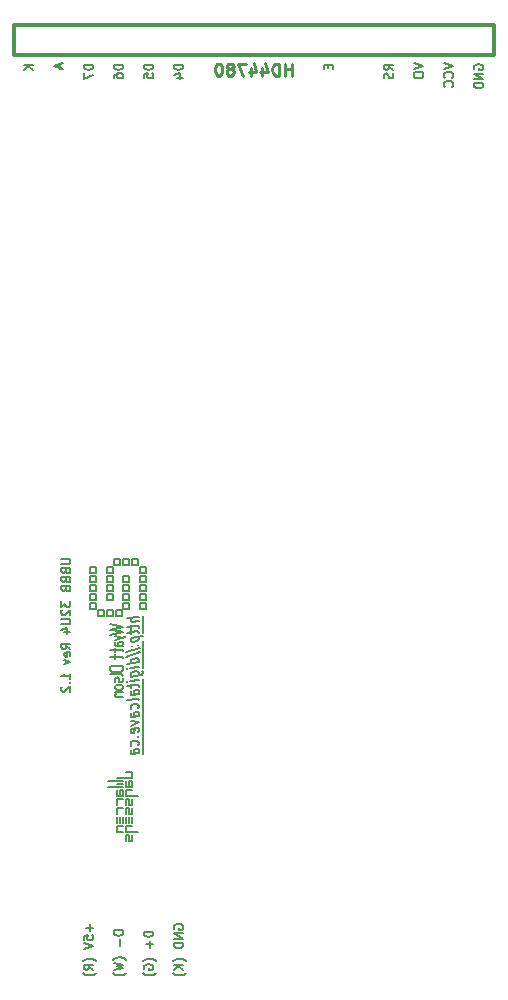
<source format=gbo>
G04 #@! TF.FileFunction,Legend,Bot*
%FSLAX46Y46*%
G04 Gerber Fmt 4.6, Leading zero omitted, Abs format (unit mm)*
G04 Created by KiCad (PCBNEW (2015-07-22 BZR 5980)-product) date Tue 28 Jul 2015 08:05:40 PM MDT*
%MOMM*%
G01*
G04 APERTURE LIST*
%ADD10C,0.150000*%
%ADD11C,0.190500*%
%ADD12C,0.127000*%
%ADD13C,0.304800*%
%ADD14C,0.254000*%
G04 APERTURE END LIST*
D10*
D11*
X37174714Y-33836429D02*
X36412714Y-33836429D01*
X37174714Y-34271857D02*
X36739286Y-33945286D01*
X36412714Y-34271857D02*
X36848143Y-33836429D01*
X39497000Y-33800143D02*
X39497000Y-34163000D01*
X39714714Y-33727571D02*
X38952714Y-33981571D01*
X39714714Y-34235571D01*
X42254714Y-33836429D02*
X41492714Y-33836429D01*
X41492714Y-34017857D01*
X41529000Y-34126714D01*
X41601571Y-34199286D01*
X41674143Y-34235571D01*
X41819286Y-34271857D01*
X41928143Y-34271857D01*
X42073286Y-34235571D01*
X42145857Y-34199286D01*
X42218429Y-34126714D01*
X42254714Y-34017857D01*
X42254714Y-33836429D01*
X41492714Y-34525857D02*
X41492714Y-35033857D01*
X42254714Y-34707286D01*
X44794714Y-33836429D02*
X44032714Y-33836429D01*
X44032714Y-34017857D01*
X44069000Y-34126714D01*
X44141571Y-34199286D01*
X44214143Y-34235571D01*
X44359286Y-34271857D01*
X44468143Y-34271857D01*
X44613286Y-34235571D01*
X44685857Y-34199286D01*
X44758429Y-34126714D01*
X44794714Y-34017857D01*
X44794714Y-33836429D01*
X44032714Y-34925000D02*
X44032714Y-34779857D01*
X44069000Y-34707286D01*
X44105286Y-34671000D01*
X44214143Y-34598429D01*
X44359286Y-34562143D01*
X44649571Y-34562143D01*
X44722143Y-34598429D01*
X44758429Y-34634714D01*
X44794714Y-34707286D01*
X44794714Y-34852429D01*
X44758429Y-34925000D01*
X44722143Y-34961286D01*
X44649571Y-34997571D01*
X44468143Y-34997571D01*
X44395571Y-34961286D01*
X44359286Y-34925000D01*
X44323000Y-34852429D01*
X44323000Y-34707286D01*
X44359286Y-34634714D01*
X44395571Y-34598429D01*
X44468143Y-34562143D01*
X47334714Y-33836429D02*
X46572714Y-33836429D01*
X46572714Y-34017857D01*
X46609000Y-34126714D01*
X46681571Y-34199286D01*
X46754143Y-34235571D01*
X46899286Y-34271857D01*
X47008143Y-34271857D01*
X47153286Y-34235571D01*
X47225857Y-34199286D01*
X47298429Y-34126714D01*
X47334714Y-34017857D01*
X47334714Y-33836429D01*
X46572714Y-34961286D02*
X46572714Y-34598429D01*
X46935571Y-34562143D01*
X46899286Y-34598429D01*
X46863000Y-34671000D01*
X46863000Y-34852429D01*
X46899286Y-34925000D01*
X46935571Y-34961286D01*
X47008143Y-34997571D01*
X47189571Y-34997571D01*
X47262143Y-34961286D01*
X47298429Y-34925000D01*
X47334714Y-34852429D01*
X47334714Y-34671000D01*
X47298429Y-34598429D01*
X47262143Y-34562143D01*
X49874714Y-33836429D02*
X49112714Y-33836429D01*
X49112714Y-34017857D01*
X49149000Y-34126714D01*
X49221571Y-34199286D01*
X49294143Y-34235571D01*
X49439286Y-34271857D01*
X49548143Y-34271857D01*
X49693286Y-34235571D01*
X49765857Y-34199286D01*
X49838429Y-34126714D01*
X49874714Y-34017857D01*
X49874714Y-33836429D01*
X49366714Y-34925000D02*
X49874714Y-34925000D01*
X49076429Y-34743571D02*
X49620714Y-34562143D01*
X49620714Y-35033857D01*
X62175571Y-33836429D02*
X62175571Y-34090429D01*
X62574714Y-34199286D02*
X62574714Y-33836429D01*
X61812714Y-33836429D01*
X61812714Y-34199286D01*
X67654714Y-34271857D02*
X67291857Y-34017857D01*
X67654714Y-33836429D02*
X66892714Y-33836429D01*
X66892714Y-34126714D01*
X66929000Y-34199286D01*
X66965286Y-34235571D01*
X67037857Y-34271857D01*
X67146714Y-34271857D01*
X67219286Y-34235571D01*
X67255571Y-34199286D01*
X67291857Y-34126714D01*
X67291857Y-33836429D01*
X67618429Y-34562143D02*
X67654714Y-34671000D01*
X67654714Y-34852429D01*
X67618429Y-34925000D01*
X67582143Y-34961286D01*
X67509571Y-34997571D01*
X67437000Y-34997571D01*
X67364429Y-34961286D01*
X67328143Y-34925000D01*
X67291857Y-34852429D01*
X67255571Y-34707286D01*
X67219286Y-34634714D01*
X67183000Y-34598429D01*
X67110429Y-34562143D01*
X67037857Y-34562143D01*
X66965286Y-34598429D01*
X66929000Y-34634714D01*
X66892714Y-34707286D01*
X66892714Y-34888714D01*
X66929000Y-34997571D01*
X69432714Y-33727571D02*
X70194714Y-33981571D01*
X69432714Y-34235571D01*
X69432714Y-34634714D02*
X69432714Y-34779857D01*
X69469000Y-34852429D01*
X69541571Y-34925000D01*
X69686714Y-34961286D01*
X69940714Y-34961286D01*
X70085857Y-34925000D01*
X70158429Y-34852429D01*
X70194714Y-34779857D01*
X70194714Y-34634714D01*
X70158429Y-34562143D01*
X70085857Y-34489572D01*
X69940714Y-34453286D01*
X69686714Y-34453286D01*
X69541571Y-34489572D01*
X69469000Y-34562143D01*
X69432714Y-34634714D01*
X71972714Y-33727571D02*
X72734714Y-33981571D01*
X71972714Y-34235571D01*
X72662143Y-34925000D02*
X72698429Y-34888714D01*
X72734714Y-34779857D01*
X72734714Y-34707286D01*
X72698429Y-34598429D01*
X72625857Y-34525857D01*
X72553286Y-34489572D01*
X72408143Y-34453286D01*
X72299286Y-34453286D01*
X72154143Y-34489572D01*
X72081571Y-34525857D01*
X72009000Y-34598429D01*
X71972714Y-34707286D01*
X71972714Y-34779857D01*
X72009000Y-34888714D01*
X72045286Y-34925000D01*
X72662143Y-35687000D02*
X72698429Y-35650714D01*
X72734714Y-35541857D01*
X72734714Y-35469286D01*
X72698429Y-35360429D01*
X72625857Y-35287857D01*
X72553286Y-35251572D01*
X72408143Y-35215286D01*
X72299286Y-35215286D01*
X72154143Y-35251572D01*
X72081571Y-35287857D01*
X72009000Y-35360429D01*
X71972714Y-35469286D01*
X71972714Y-35541857D01*
X72009000Y-35650714D01*
X72045286Y-35687000D01*
X74549000Y-34235571D02*
X74512714Y-34163000D01*
X74512714Y-34054143D01*
X74549000Y-33945286D01*
X74621571Y-33872714D01*
X74694143Y-33836429D01*
X74839286Y-33800143D01*
X74948143Y-33800143D01*
X75093286Y-33836429D01*
X75165857Y-33872714D01*
X75238429Y-33945286D01*
X75274714Y-34054143D01*
X75274714Y-34126714D01*
X75238429Y-34235571D01*
X75202143Y-34271857D01*
X74948143Y-34271857D01*
X74948143Y-34126714D01*
X75274714Y-34598429D02*
X74512714Y-34598429D01*
X75274714Y-35033857D01*
X74512714Y-35033857D01*
X75274714Y-35396715D02*
X74512714Y-35396715D01*
X74512714Y-35578143D01*
X74549000Y-35687000D01*
X74621571Y-35759572D01*
X74694143Y-35795857D01*
X74839286Y-35832143D01*
X74948143Y-35832143D01*
X75093286Y-35795857D01*
X75165857Y-35759572D01*
X75238429Y-35687000D01*
X75274714Y-35578143D01*
X75274714Y-35396715D01*
D12*
X49146462Y-107020830D02*
X49110176Y-106948259D01*
X49110176Y-106839402D01*
X49146462Y-106730545D01*
X49219033Y-106657973D01*
X49291605Y-106621688D01*
X49436748Y-106585402D01*
X49545605Y-106585402D01*
X49690748Y-106621688D01*
X49763319Y-106657973D01*
X49835891Y-106730545D01*
X49872176Y-106839402D01*
X49872176Y-106911973D01*
X49835891Y-107020830D01*
X49799605Y-107057116D01*
X49545605Y-107057116D01*
X49545605Y-106911973D01*
X49872176Y-107383688D02*
X49110176Y-107383688D01*
X49872176Y-107819116D01*
X49110176Y-107819116D01*
X49872176Y-108181974D02*
X49110176Y-108181974D01*
X49110176Y-108363402D01*
X49146462Y-108472259D01*
X49219033Y-108544831D01*
X49291605Y-108581116D01*
X49436748Y-108617402D01*
X49545605Y-108617402D01*
X49690748Y-108581116D01*
X49763319Y-108544831D01*
X49835891Y-108472259D01*
X49872176Y-108363402D01*
X49872176Y-108181974D01*
X50162462Y-109742259D02*
X50126176Y-109705973D01*
X50017319Y-109633402D01*
X49944748Y-109597116D01*
X49835891Y-109560830D01*
X49654462Y-109524545D01*
X49509319Y-109524545D01*
X49327891Y-109560830D01*
X49219033Y-109597116D01*
X49146462Y-109633402D01*
X49037605Y-109705973D01*
X49001319Y-109742259D01*
X49872176Y-110032545D02*
X49110176Y-110032545D01*
X49872176Y-110467973D02*
X49436748Y-110141402D01*
X49110176Y-110467973D02*
X49545605Y-110032545D01*
X50162462Y-110721973D02*
X50126176Y-110758259D01*
X50017319Y-110830830D01*
X49944748Y-110867116D01*
X49835891Y-110903402D01*
X49654462Y-110939687D01*
X49509319Y-110939687D01*
X49327891Y-110903402D01*
X49219033Y-110867116D01*
X49146462Y-110830830D01*
X49037605Y-110758259D01*
X49001319Y-110721973D01*
X47332176Y-107238545D02*
X46570176Y-107238545D01*
X46570176Y-107419973D01*
X46606462Y-107528830D01*
X46679033Y-107601402D01*
X46751605Y-107637687D01*
X46896748Y-107673973D01*
X47005605Y-107673973D01*
X47150748Y-107637687D01*
X47223319Y-107601402D01*
X47295891Y-107528830D01*
X47332176Y-107419973D01*
X47332176Y-107238545D01*
X47041891Y-108000545D02*
X47041891Y-108581116D01*
X47332176Y-108290830D02*
X46751605Y-108290830D01*
X47622462Y-109742259D02*
X47586176Y-109705973D01*
X47477319Y-109633402D01*
X47404748Y-109597116D01*
X47295891Y-109560830D01*
X47114462Y-109524545D01*
X46969319Y-109524545D01*
X46787891Y-109560830D01*
X46679033Y-109597116D01*
X46606462Y-109633402D01*
X46497605Y-109705973D01*
X46461319Y-109742259D01*
X46606462Y-110431687D02*
X46570176Y-110359116D01*
X46570176Y-110250259D01*
X46606462Y-110141402D01*
X46679033Y-110068830D01*
X46751605Y-110032545D01*
X46896748Y-109996259D01*
X47005605Y-109996259D01*
X47150748Y-110032545D01*
X47223319Y-110068830D01*
X47295891Y-110141402D01*
X47332176Y-110250259D01*
X47332176Y-110322830D01*
X47295891Y-110431687D01*
X47259605Y-110467973D01*
X47005605Y-110467973D01*
X47005605Y-110322830D01*
X47622462Y-110721973D02*
X47586176Y-110758259D01*
X47477319Y-110830830D01*
X47404748Y-110867116D01*
X47295891Y-110903402D01*
X47114462Y-110939687D01*
X46969319Y-110939687D01*
X46787891Y-110903402D01*
X46679033Y-110867116D01*
X46606462Y-110830830D01*
X46497605Y-110758259D01*
X46461319Y-110721973D01*
X44792176Y-107129688D02*
X44030176Y-107129688D01*
X44030176Y-107311116D01*
X44066462Y-107419973D01*
X44139033Y-107492545D01*
X44211605Y-107528830D01*
X44356748Y-107565116D01*
X44465605Y-107565116D01*
X44610748Y-107528830D01*
X44683319Y-107492545D01*
X44755891Y-107419973D01*
X44792176Y-107311116D01*
X44792176Y-107129688D01*
X44501891Y-107891688D02*
X44501891Y-108472259D01*
X45082462Y-109633402D02*
X45046176Y-109597116D01*
X44937319Y-109524545D01*
X44864748Y-109488259D01*
X44755891Y-109451973D01*
X44574462Y-109415688D01*
X44429319Y-109415688D01*
X44247891Y-109451973D01*
X44139033Y-109488259D01*
X44066462Y-109524545D01*
X43957605Y-109597116D01*
X43921319Y-109633402D01*
X44030176Y-109851116D02*
X44792176Y-110032545D01*
X44247891Y-110177688D01*
X44792176Y-110322830D01*
X44030176Y-110504259D01*
X45082462Y-110721973D02*
X45046176Y-110758259D01*
X44937319Y-110830830D01*
X44864748Y-110867116D01*
X44755891Y-110903402D01*
X44574462Y-110939687D01*
X44429319Y-110939687D01*
X44247891Y-110903402D01*
X44139033Y-110867116D01*
X44066462Y-110830830D01*
X43957605Y-110758259D01*
X43921319Y-110721973D01*
X41961891Y-106621688D02*
X41961891Y-107202259D01*
X42252176Y-106911973D02*
X41671605Y-106911973D01*
X41490176Y-107927974D02*
X41490176Y-107565117D01*
X41853033Y-107528831D01*
X41816748Y-107565117D01*
X41780462Y-107637688D01*
X41780462Y-107819117D01*
X41816748Y-107891688D01*
X41853033Y-107927974D01*
X41925605Y-107964259D01*
X42107033Y-107964259D01*
X42179605Y-107927974D01*
X42215891Y-107891688D01*
X42252176Y-107819117D01*
X42252176Y-107637688D01*
X42215891Y-107565117D01*
X42179605Y-107528831D01*
X41490176Y-108181973D02*
X42252176Y-108435973D01*
X41490176Y-108689973D01*
X42542462Y-109742259D02*
X42506176Y-109705973D01*
X42397319Y-109633402D01*
X42324748Y-109597116D01*
X42215891Y-109560830D01*
X42034462Y-109524545D01*
X41889319Y-109524545D01*
X41707891Y-109560830D01*
X41599033Y-109597116D01*
X41526462Y-109633402D01*
X41417605Y-109705973D01*
X41381319Y-109742259D01*
X42252176Y-110467973D02*
X41889319Y-110213973D01*
X42252176Y-110032545D02*
X41490176Y-110032545D01*
X41490176Y-110322830D01*
X41526462Y-110395402D01*
X41562748Y-110431687D01*
X41635319Y-110467973D01*
X41744176Y-110467973D01*
X41816748Y-110431687D01*
X41853033Y-110395402D01*
X41889319Y-110322830D01*
X41889319Y-110032545D01*
X42542462Y-110721973D02*
X42506176Y-110758259D01*
X42397319Y-110830830D01*
X42324748Y-110867116D01*
X42215891Y-110903402D01*
X42034462Y-110939687D01*
X41889319Y-110939687D01*
X41707891Y-110903402D01*
X41599033Y-110867116D01*
X41526462Y-110830830D01*
X41417605Y-110758259D01*
X41381319Y-110721973D01*
X39585176Y-75651832D02*
X40202033Y-75651832D01*
X40274605Y-75688117D01*
X40310891Y-75724403D01*
X40347176Y-75796974D01*
X40347176Y-75942117D01*
X40310891Y-76014689D01*
X40274605Y-76050974D01*
X40202033Y-76087260D01*
X39585176Y-76087260D01*
X39948033Y-76704118D02*
X39984319Y-76812975D01*
X40020605Y-76849260D01*
X40093176Y-76885546D01*
X40202033Y-76885546D01*
X40274605Y-76849260D01*
X40310891Y-76812975D01*
X40347176Y-76740403D01*
X40347176Y-76450118D01*
X39585176Y-76450118D01*
X39585176Y-76704118D01*
X39621462Y-76776689D01*
X39657748Y-76812975D01*
X39730319Y-76849260D01*
X39802891Y-76849260D01*
X39875462Y-76812975D01*
X39911748Y-76776689D01*
X39948033Y-76704118D01*
X39948033Y-76450118D01*
X39948033Y-77466118D02*
X39984319Y-77574975D01*
X40020605Y-77611260D01*
X40093176Y-77647546D01*
X40202033Y-77647546D01*
X40274605Y-77611260D01*
X40310891Y-77574975D01*
X40347176Y-77502403D01*
X40347176Y-77212118D01*
X39585176Y-77212118D01*
X39585176Y-77466118D01*
X39621462Y-77538689D01*
X39657748Y-77574975D01*
X39730319Y-77611260D01*
X39802891Y-77611260D01*
X39875462Y-77574975D01*
X39911748Y-77538689D01*
X39948033Y-77466118D01*
X39948033Y-77212118D01*
X39948033Y-78228118D02*
X39984319Y-78336975D01*
X40020605Y-78373260D01*
X40093176Y-78409546D01*
X40202033Y-78409546D01*
X40274605Y-78373260D01*
X40310891Y-78336975D01*
X40347176Y-78264403D01*
X40347176Y-77974118D01*
X39585176Y-77974118D01*
X39585176Y-78228118D01*
X39621462Y-78300689D01*
X39657748Y-78336975D01*
X39730319Y-78373260D01*
X39802891Y-78373260D01*
X39875462Y-78336975D01*
X39911748Y-78300689D01*
X39948033Y-78228118D01*
X39948033Y-77974118D01*
X39585176Y-79244117D02*
X39585176Y-79715831D01*
X39875462Y-79461831D01*
X39875462Y-79570689D01*
X39911748Y-79643260D01*
X39948033Y-79679546D01*
X40020605Y-79715831D01*
X40202033Y-79715831D01*
X40274605Y-79679546D01*
X40310891Y-79643260D01*
X40347176Y-79570689D01*
X40347176Y-79352974D01*
X40310891Y-79280403D01*
X40274605Y-79244117D01*
X39657748Y-80006117D02*
X39621462Y-80042403D01*
X39585176Y-80114974D01*
X39585176Y-80296403D01*
X39621462Y-80368974D01*
X39657748Y-80405260D01*
X39730319Y-80441545D01*
X39802891Y-80441545D01*
X39911748Y-80405260D01*
X40347176Y-79969831D01*
X40347176Y-80441545D01*
X39585176Y-80768117D02*
X40202033Y-80768117D01*
X40274605Y-80804402D01*
X40310891Y-80840688D01*
X40347176Y-80913259D01*
X40347176Y-81058402D01*
X40310891Y-81130974D01*
X40274605Y-81167259D01*
X40202033Y-81203545D01*
X39585176Y-81203545D01*
X39839176Y-81892974D02*
X40347176Y-81892974D01*
X39548891Y-81711545D02*
X40093176Y-81530117D01*
X40093176Y-82001831D01*
X40347176Y-83308116D02*
X39984319Y-83054116D01*
X40347176Y-82872688D02*
X39585176Y-82872688D01*
X39585176Y-83162973D01*
X39621462Y-83235545D01*
X39657748Y-83271830D01*
X39730319Y-83308116D01*
X39839176Y-83308116D01*
X39911748Y-83271830D01*
X39948033Y-83235545D01*
X39984319Y-83162973D01*
X39984319Y-82872688D01*
X40310891Y-83924973D02*
X40347176Y-83852402D01*
X40347176Y-83707259D01*
X40310891Y-83634688D01*
X40238319Y-83598402D01*
X39948033Y-83598402D01*
X39875462Y-83634688D01*
X39839176Y-83707259D01*
X39839176Y-83852402D01*
X39875462Y-83924973D01*
X39948033Y-83961259D01*
X40020605Y-83961259D01*
X40093176Y-83598402D01*
X39839176Y-84215259D02*
X40347176Y-84396688D01*
X39839176Y-84578116D01*
X40347176Y-85848115D02*
X40347176Y-85412687D01*
X40347176Y-85630401D02*
X39585176Y-85630401D01*
X39694033Y-85557830D01*
X39766605Y-85485258D01*
X39802891Y-85412687D01*
X40274605Y-86174687D02*
X40310891Y-86210972D01*
X40347176Y-86174687D01*
X40310891Y-86138401D01*
X40274605Y-86174687D01*
X40347176Y-86174687D01*
X39657748Y-86501258D02*
X39621462Y-86537544D01*
X39585176Y-86610115D01*
X39585176Y-86791544D01*
X39621462Y-86864115D01*
X39657748Y-86900401D01*
X39730319Y-86936686D01*
X39802891Y-86936686D01*
X39911748Y-86900401D01*
X40347176Y-86464972D01*
X40347176Y-86936686D01*
D13*
X76200000Y-30480000D02*
X35560000Y-30480000D01*
X35560000Y-30480000D02*
X35560000Y-33020000D01*
X35560000Y-33020000D02*
X76200000Y-33020000D01*
X76200000Y-33020000D02*
X76200000Y-30480000D01*
D10*
X45590462Y-94230116D02*
X44320462Y-94230116D01*
X45590462Y-93722116D02*
X45082462Y-93722116D01*
X45590462Y-94230116D02*
X45590462Y-93722116D01*
X45590462Y-99564116D02*
X45590462Y-99056116D01*
X45336462Y-99564116D02*
X45590462Y-99564116D01*
X45336462Y-99056116D02*
X45336462Y-99564116D01*
X45082462Y-99056116D02*
X45336462Y-99056116D01*
X45082462Y-99564116D02*
X45082462Y-99056116D01*
X45082462Y-98802116D02*
X46098462Y-98802116D01*
X45082462Y-98294116D02*
X45082462Y-98802116D01*
X45590462Y-98294116D02*
X45082462Y-98294116D01*
X45590462Y-95754116D02*
X46098462Y-95754116D01*
X45590462Y-97532116D02*
X45590462Y-98040116D01*
X45336462Y-97532116D02*
X45336462Y-98040116D01*
X45082462Y-97532116D02*
X45082462Y-98040116D01*
X45590462Y-97278116D02*
X45590462Y-96770116D01*
X45336462Y-97278116D02*
X45590462Y-97278116D01*
X45336462Y-96770116D02*
X45336462Y-97278116D01*
X45082462Y-96770116D02*
X45336462Y-96770116D01*
X45082462Y-97278116D02*
X45082462Y-96770116D01*
X45590462Y-96516116D02*
X45590462Y-96008116D01*
X45336462Y-96516116D02*
X45590462Y-96516116D01*
X45336462Y-96008116D02*
X45336462Y-96516116D01*
X45082462Y-96008116D02*
X45336462Y-96008116D01*
X45082462Y-96516116D02*
X45082462Y-96008116D01*
X45590462Y-95754116D02*
X45082462Y-95754116D01*
X45082462Y-95246116D02*
X45082462Y-95754116D01*
X45590462Y-95246116D02*
X45082462Y-95246116D01*
X45590462Y-94484116D02*
X45590462Y-94992116D01*
X45336462Y-94484116D02*
X45590462Y-94484116D01*
X45336462Y-94484116D02*
X45336462Y-94992116D01*
X45082462Y-94992116D02*
X45590462Y-94992116D01*
X45082462Y-94484116D02*
X45082462Y-94992116D01*
X43558462Y-94992116D02*
X44828462Y-94992116D01*
X44320462Y-94738116D02*
X44828462Y-94738116D01*
X43558462Y-94484116D02*
X44828462Y-94484116D01*
X44320462Y-98802116D02*
X44828462Y-98802116D01*
X44320462Y-98294116D02*
X44320462Y-98802116D01*
X44828462Y-98294116D02*
X44320462Y-98294116D01*
X44828462Y-97532116D02*
X44828462Y-98040116D01*
X44574462Y-97532116D02*
X44574462Y-98040116D01*
X44320462Y-97532116D02*
X44320462Y-98040116D01*
X44320462Y-96770116D02*
X44320462Y-97278116D01*
X44828462Y-96770116D02*
X44320462Y-96770116D01*
X44320462Y-96008116D02*
X44320462Y-96516116D01*
X44320462Y-96008116D02*
X44828462Y-96008116D01*
X44574462Y-95246116D02*
X44574462Y-95754116D01*
X44828462Y-95246116D02*
X44574462Y-95246116D01*
X44828462Y-95754116D02*
X44828462Y-95246116D01*
X44320462Y-95754116D02*
X44828462Y-95754116D01*
X44320462Y-95246116D02*
X44320462Y-95754116D01*
X42542462Y-76831116D02*
X42542462Y-76323116D01*
X42542462Y-76323116D02*
X42034462Y-76323116D01*
X42034462Y-76323116D02*
X42034462Y-76831116D01*
X42034462Y-76831116D02*
X42542462Y-76831116D01*
X42542462Y-77593116D02*
X42542462Y-77085116D01*
X42542462Y-77085116D02*
X42034462Y-77085116D01*
X42034462Y-77085116D02*
X42034462Y-77593116D01*
X42034462Y-77593116D02*
X42542462Y-77593116D01*
X42542462Y-78355116D02*
X42542462Y-77847116D01*
X42542462Y-77847116D02*
X42034462Y-77847116D01*
X42034462Y-77847116D02*
X42034462Y-78355116D01*
X42034462Y-78355116D02*
X42542462Y-78355116D01*
X42542462Y-79117116D02*
X42542462Y-78609116D01*
X42542462Y-78609116D02*
X42034462Y-78609116D01*
X42034462Y-78609116D02*
X42034462Y-79117116D01*
X42034462Y-79117116D02*
X42542462Y-79117116D01*
X42542462Y-79879116D02*
X42542462Y-79371116D01*
X42542462Y-79371116D02*
X42034462Y-79371116D01*
X42034462Y-79371116D02*
X42034462Y-79879116D01*
X42034462Y-79879116D02*
X42542462Y-79879116D01*
X43177462Y-80514116D02*
X43177462Y-80006116D01*
X43177462Y-80006116D02*
X42669462Y-80006116D01*
X42669462Y-80006116D02*
X42669462Y-80514116D01*
X42669462Y-80514116D02*
X43177462Y-80514116D01*
X43939462Y-80006116D02*
X43431462Y-80006116D01*
X43431462Y-80006116D02*
X43431462Y-80514116D01*
X43431462Y-80514116D02*
X43939462Y-80514116D01*
X43939462Y-80514116D02*
X43939462Y-80006116D01*
X44701462Y-80006116D02*
X44193462Y-80006116D01*
X44193462Y-80006116D02*
X44193462Y-80514116D01*
X44193462Y-80514116D02*
X44701462Y-80514116D01*
X44701462Y-80514116D02*
X44701462Y-80006116D01*
X45336462Y-79371116D02*
X44828462Y-79371116D01*
X44828462Y-79371116D02*
X44828462Y-79879116D01*
X44828462Y-79879116D02*
X45336462Y-79879116D01*
X45336462Y-79879116D02*
X45336462Y-79371116D01*
X44828462Y-78609116D02*
X45336462Y-78609116D01*
X45336462Y-78609116D02*
X45336462Y-79117116D01*
X45336462Y-79117116D02*
X44828462Y-79117116D01*
X44828462Y-79117116D02*
X44828462Y-78609116D01*
X45336462Y-77847116D02*
X44828462Y-77847116D01*
X44828462Y-77847116D02*
X44828462Y-78355116D01*
X44828462Y-78355116D02*
X45336462Y-78355116D01*
X45336462Y-78355116D02*
X45336462Y-77847116D01*
X44828462Y-77085116D02*
X45336462Y-77085116D01*
X45336462Y-77085116D02*
X45336462Y-77593116D01*
X45336462Y-77593116D02*
X44828462Y-77593116D01*
X44828462Y-77593116D02*
X44828462Y-77085116D01*
X43431462Y-78609116D02*
X43939462Y-78609116D01*
X43939462Y-78609116D02*
X43939462Y-79117116D01*
X43939462Y-79117116D02*
X43431462Y-79117116D01*
X43431462Y-79117116D02*
X43431462Y-78609116D01*
X43431462Y-77847116D02*
X43431462Y-78355116D01*
X43431462Y-78355116D02*
X43939462Y-78355116D01*
X43431462Y-77847116D02*
X43939462Y-77847116D01*
X43939462Y-77847116D02*
X43939462Y-78355116D01*
X43939462Y-77085116D02*
X43431462Y-77085116D01*
X43431462Y-77085116D02*
X43431462Y-77593116D01*
X43431462Y-77593116D02*
X43939462Y-77593116D01*
X43939462Y-77593116D02*
X43939462Y-77085116D01*
X43939462Y-76323116D02*
X43431462Y-76323116D01*
X43431462Y-76323116D02*
X43431462Y-76831116D01*
X43431462Y-76831116D02*
X43939462Y-76831116D01*
X43939462Y-76831116D02*
X43939462Y-76323116D01*
X44574462Y-76196116D02*
X44574462Y-75688116D01*
X44574462Y-75688116D02*
X44066462Y-75688116D01*
X44066462Y-75688116D02*
X44066462Y-76196116D01*
X44066462Y-76196116D02*
X44574462Y-76196116D01*
X45336462Y-76196116D02*
X45336462Y-75688116D01*
X45336462Y-75688116D02*
X44828462Y-75688116D01*
X44828462Y-75688116D02*
X44828462Y-76196116D01*
X44828462Y-76196116D02*
X45336462Y-76196116D01*
X46098462Y-76196116D02*
X46098462Y-75688116D01*
X46098462Y-75688116D02*
X45590462Y-75688116D01*
X45590462Y-75688116D02*
X45590462Y-76196116D01*
X45590462Y-76196116D02*
X46098462Y-76196116D01*
X46733462Y-76831116D02*
X46225462Y-76831116D01*
X46225462Y-76831116D02*
X46225462Y-76323116D01*
X46225462Y-76323116D02*
X46733462Y-76323116D01*
X46733462Y-76323116D02*
X46733462Y-76831116D01*
X46733462Y-77593116D02*
X46225462Y-77593116D01*
X46225462Y-77593116D02*
X46225462Y-77085116D01*
X46225462Y-77085116D02*
X46733462Y-77085116D01*
X46733462Y-77085116D02*
X46733462Y-77593116D01*
X46733462Y-78355116D02*
X46225462Y-78355116D01*
X46225462Y-78355116D02*
X46225462Y-77847116D01*
X46225462Y-77847116D02*
X46733462Y-77847116D01*
X46733462Y-77847116D02*
X46733462Y-78355116D01*
X46733462Y-79117116D02*
X46225462Y-79117116D01*
X46225462Y-79117116D02*
X46225462Y-78609116D01*
X46225462Y-78609116D02*
X46733462Y-78609116D01*
X46733462Y-78609116D02*
X46733462Y-79117116D01*
X46733462Y-79879116D02*
X46225462Y-79879116D01*
X46225462Y-79879116D02*
X46225462Y-79371116D01*
X46225462Y-79371116D02*
X46733462Y-79371116D01*
X46733462Y-79371116D02*
X46733462Y-79879116D01*
D12*
X44295062Y-87397516D02*
X44803062Y-87397516D01*
X44142662Y-87194316D02*
X44142662Y-87245116D01*
X44142662Y-87245116D02*
X44193462Y-87346716D01*
X44193462Y-87346716D02*
X44295062Y-87397516D01*
X44193462Y-87092716D02*
X44142662Y-87194316D01*
X44193462Y-87092716D02*
X44295062Y-86940316D01*
X44142662Y-86940316D02*
X44803062Y-86940316D01*
X44295062Y-86330716D02*
X44650662Y-86330716D01*
X44650662Y-86330716D02*
X44752262Y-86381516D01*
X44752262Y-86381516D02*
X44803062Y-86483116D01*
X44803062Y-86483116D02*
X44803062Y-86584716D01*
X44803062Y-86584716D02*
X44752262Y-86686316D01*
X44752262Y-86686316D02*
X44650662Y-86737116D01*
X44650662Y-86737116D02*
X44295062Y-86737116D01*
X44295062Y-86737116D02*
X44193462Y-86686316D01*
X44193462Y-86686316D02*
X44142662Y-86584716D01*
X44142662Y-86584716D02*
X44142662Y-86533916D01*
X44142662Y-86483116D02*
X44193462Y-86381516D01*
X44193462Y-86381516D02*
X44295062Y-86330716D01*
X44142662Y-85822716D02*
X44142662Y-86076716D01*
X44447462Y-85822716D02*
X44447462Y-85975116D01*
X44447462Y-85822716D02*
X44396662Y-85721116D01*
X44396662Y-85721116D02*
X44295062Y-85670316D01*
X44295062Y-85670316D02*
X44193462Y-85721116D01*
X44193462Y-85721116D02*
X44142662Y-85822716D01*
X44803062Y-85721116D02*
X44803062Y-85975116D01*
X44803062Y-85975116D02*
X44752262Y-86076716D01*
X44752262Y-86076716D02*
X44650662Y-86127516D01*
X44650662Y-86127516D02*
X44599862Y-86127516D01*
X44599862Y-86127516D02*
X44498262Y-86076716D01*
X44498262Y-86076716D02*
X44447462Y-85975116D01*
X44752262Y-85467116D02*
X44803062Y-85568716D01*
X43736262Y-85416316D02*
X44650662Y-85416316D01*
X44650662Y-85416316D02*
X44752262Y-85467116D01*
X43888662Y-84705116D02*
X44650662Y-84705116D01*
X44650662Y-84705116D02*
X44752262Y-84755916D01*
X44752262Y-84755916D02*
X44803062Y-84857516D01*
X44803062Y-84857516D02*
X44803062Y-85060716D01*
X44803062Y-85060716D02*
X44752262Y-85162316D01*
X44752262Y-85162316D02*
X44650662Y-85213116D01*
X44650662Y-85213116D02*
X43888662Y-85213116D01*
X43888662Y-85213116D02*
X43787062Y-85162316D01*
X43787062Y-85162316D02*
X43736262Y-85060716D01*
X43736262Y-85060716D02*
X43736262Y-84857516D01*
X43736262Y-84857516D02*
X43787062Y-84755916D01*
X43787062Y-84755916D02*
X43888662Y-84705116D01*
X44701462Y-83943116D02*
X44803062Y-83993916D01*
X43736262Y-83943116D02*
X44701462Y-83943116D01*
X44142662Y-83739916D02*
X44142662Y-84146316D01*
X44142662Y-83841516D02*
X44041062Y-83943116D01*
X44803062Y-84044716D02*
X44803062Y-83993916D01*
X44803062Y-83485916D02*
X44803062Y-83435116D01*
X44142662Y-83282716D02*
X44041062Y-83384316D01*
X44142662Y-83181116D02*
X44142662Y-83587516D01*
X43736262Y-83384316D02*
X44701462Y-83384316D01*
X44701462Y-83384316D02*
X44803062Y-83435116D01*
X44498262Y-82673116D02*
X44701462Y-82673116D01*
X44701462Y-82673116D02*
X44803062Y-82774716D01*
X44498262Y-83028716D02*
X44396662Y-82876316D01*
X44396662Y-82876316D02*
X44396662Y-82774716D01*
X44396662Y-82774716D02*
X44498262Y-82673116D01*
X44803062Y-82774716D02*
X44803062Y-82876316D01*
X44803062Y-82876316D02*
X44701462Y-83028716D01*
X44142662Y-82774716D02*
X44142662Y-82977916D01*
X44142662Y-82977916D02*
X44193462Y-83028716D01*
X44193462Y-83028716D02*
X44803062Y-83028716D01*
X44193462Y-82723916D02*
X44142662Y-82774716D01*
X44142662Y-82571516D02*
X44955462Y-82317516D01*
X44955462Y-82317516D02*
X45057062Y-82215916D01*
X44142662Y-82215916D02*
X44803062Y-82368316D01*
X43939462Y-81657116D02*
X44803062Y-81860316D01*
X44803062Y-81860316D02*
X43736262Y-82114316D01*
X43736262Y-81199916D02*
X44803062Y-81453916D01*
X44803062Y-81453916D02*
X43736262Y-81707916D01*
D10*
X45793662Y-89988316D02*
X45692062Y-90420116D01*
X45692062Y-90420116D02*
X45615862Y-90420116D01*
X45615862Y-90420116D02*
X45488862Y-90394716D01*
X45488862Y-90394716D02*
X45438062Y-90318516D01*
X45438062Y-90318516D02*
X45438062Y-90191516D01*
X45438062Y-90191516D02*
X45488862Y-90089916D01*
X45488862Y-90089916D02*
X45590462Y-90039116D01*
X45590462Y-90039116D02*
X45971462Y-89988316D01*
X45971462Y-89988316D02*
X46073062Y-90013716D01*
X46073062Y-90013716D02*
X46123862Y-90115316D01*
X46123862Y-90115316D02*
X46123862Y-90242316D01*
X46123862Y-90242316D02*
X46047662Y-90318516D01*
X45463462Y-89378716D02*
X46123862Y-89505716D01*
X46123862Y-89505716D02*
X45438062Y-89785116D01*
X46073062Y-92121916D02*
X46123862Y-92045716D01*
X46123862Y-92045716D02*
X46123862Y-91842516D01*
X46123862Y-91842516D02*
X46073062Y-91791716D01*
X46073062Y-91791716D02*
X45996862Y-91766316D01*
X45996862Y-91766316D02*
X45895262Y-91766316D01*
X45895262Y-91766316D02*
X45819062Y-91766316D01*
X45819062Y-91766316D02*
X45768262Y-91842516D01*
X45768262Y-91842516D02*
X45742862Y-91918716D01*
X45742862Y-91918716D02*
X45742862Y-92096516D01*
X45742862Y-92096516D02*
X45692062Y-92147316D01*
X45514262Y-91842516D02*
X45438062Y-91944116D01*
X45438062Y-91944116D02*
X45438062Y-92096516D01*
X45438062Y-92096516D02*
X45488862Y-92172716D01*
X45488862Y-92172716D02*
X45590462Y-92198116D01*
X45590462Y-92198116D02*
X46123862Y-92121916D01*
X45590462Y-89073916D02*
X46123862Y-88997716D01*
X45488862Y-89048516D02*
X45590462Y-89073916D01*
X45438062Y-88972316D02*
X45488862Y-89048516D01*
X45438062Y-88819916D02*
X45438062Y-88972316D01*
X45514262Y-88718316D02*
X45438062Y-88819916D01*
X45742862Y-88972316D02*
X45692062Y-89023116D01*
X45742862Y-88794516D02*
X45742862Y-88972316D01*
X45768262Y-88718316D02*
X45742862Y-88794516D01*
X45819062Y-88642116D02*
X45768262Y-88718316D01*
X45895262Y-88642116D02*
X45819062Y-88642116D01*
X45996862Y-88642116D02*
X45895262Y-88642116D01*
X46073062Y-88667516D02*
X45996862Y-88642116D01*
X46123862Y-88718316D02*
X46073062Y-88667516D01*
X46123862Y-88921516D02*
X46123862Y-88718316D01*
X46073062Y-88997716D02*
X46123862Y-88921516D01*
X46123862Y-91359916D02*
X46073062Y-91436116D01*
X46123862Y-91258316D02*
X46123862Y-91359916D01*
X46098462Y-91182116D02*
X46123862Y-91258316D01*
X46022262Y-91080516D02*
X46098462Y-91182116D01*
X45768262Y-91080516D02*
X46022262Y-91080516D01*
X45641262Y-91080516D02*
X45768262Y-91080516D01*
X45565062Y-91131316D02*
X45641262Y-91080516D01*
X45488862Y-91182116D02*
X45565062Y-91131316D01*
X45438062Y-91283716D02*
X45488862Y-91182116D01*
X45438062Y-91436116D02*
X45438062Y-91283716D01*
X45514262Y-91512316D02*
X45438062Y-91436116D01*
X45514262Y-88388116D02*
X45438062Y-88311916D01*
X45438062Y-88311916D02*
X45438062Y-88159516D01*
X45438062Y-88159516D02*
X45488862Y-88057916D01*
X45488862Y-88057916D02*
X45565062Y-88007116D01*
X45565062Y-88007116D02*
X45641262Y-87956316D01*
X45641262Y-87956316D02*
X45768262Y-87956316D01*
X45768262Y-87956316D02*
X46022262Y-87956316D01*
X46022262Y-87956316D02*
X46098462Y-88057916D01*
X46098462Y-88057916D02*
X46123862Y-88134116D01*
X46123862Y-88134116D02*
X46123862Y-88235716D01*
X46123862Y-88235716D02*
X46073062Y-88311916D01*
X45133262Y-87651516D02*
X45996862Y-87524516D01*
X45996862Y-87524516D02*
X46073062Y-87549916D01*
X46073062Y-87549916D02*
X46149262Y-87651516D01*
X46073062Y-87143516D02*
X46123862Y-87067316D01*
X46123862Y-87067316D02*
X46123862Y-86864116D01*
X46123862Y-86864116D02*
X46073062Y-86813316D01*
X46073062Y-86813316D02*
X45996862Y-86787916D01*
X45996862Y-86787916D02*
X45895262Y-86787916D01*
X45895262Y-86787916D02*
X45819062Y-86787916D01*
X45819062Y-86787916D02*
X45768262Y-86864116D01*
X45768262Y-86864116D02*
X45742862Y-86940316D01*
X45742862Y-86940316D02*
X45742862Y-87118116D01*
X45742862Y-87118116D02*
X45692062Y-87168916D01*
X45514262Y-86864116D02*
X45438062Y-86965716D01*
X45438062Y-86965716D02*
X45438062Y-87118116D01*
X45438062Y-87118116D02*
X45488862Y-87194316D01*
X45488862Y-87194316D02*
X45590462Y-87219716D01*
X45590462Y-87219716D02*
X46123862Y-87143516D01*
X46123862Y-86432316D02*
X46149262Y-86533916D01*
X46073062Y-86381516D02*
X46123862Y-86432316D01*
X45971462Y-86356116D02*
X46073062Y-86381516D01*
X45107862Y-86457716D02*
X45971462Y-86356116D01*
X45438062Y-86254516D02*
X45438062Y-86584716D01*
X45488862Y-85619516D02*
X45438062Y-85543316D01*
X45438062Y-85543316D02*
X45438062Y-85441716D01*
X45438062Y-85441716D02*
X45488862Y-85314716D01*
X45488862Y-85314716D02*
X45565062Y-85263916D01*
X45565062Y-85263916D02*
X45641262Y-85238516D01*
X45641262Y-85238516D02*
X45920662Y-85187716D01*
X45920662Y-85187716D02*
X46073062Y-85238516D01*
X46073062Y-85238516D02*
X46123862Y-85340116D01*
X46123862Y-85340116D02*
X46123862Y-85467116D01*
X46123862Y-85467116D02*
X46047662Y-85543316D01*
X45463462Y-85644916D02*
X46276262Y-85543316D01*
X46276262Y-85543316D02*
X46377862Y-85467116D01*
X46377862Y-85467116D02*
X46403262Y-85441716D01*
X46403262Y-85441716D02*
X46428662Y-85416316D01*
X46428662Y-85416316D02*
X46454062Y-85365516D01*
X46454062Y-85365516D02*
X46454062Y-85263916D01*
X46454062Y-85263916D02*
X46454062Y-85213116D01*
X46454062Y-85213116D02*
X46403262Y-85162316D01*
X46073062Y-84425716D02*
X46123862Y-84374916D01*
X46123862Y-84374916D02*
X46123862Y-84222516D01*
X46123862Y-84222516D02*
X46073062Y-84120916D01*
X46073062Y-84120916D02*
X46022262Y-84095516D01*
X46022262Y-84095516D02*
X45946062Y-84070116D01*
X45946062Y-84070116D02*
X45641262Y-84120916D01*
X45641262Y-84120916D02*
X45539662Y-84146316D01*
X45539662Y-84146316D02*
X45488862Y-84222516D01*
X45488862Y-84222516D02*
X45438062Y-84298716D01*
X45438062Y-84298716D02*
X45438062Y-84400316D01*
X45438062Y-84400316D02*
X45488862Y-84501916D01*
X45107862Y-84552716D02*
X46149262Y-84425716D01*
X46073062Y-90724916D02*
X46098462Y-90699516D01*
X46098462Y-90724916D02*
X46073062Y-90724916D01*
X46073062Y-90699516D02*
X46098462Y-90724916D01*
X45412662Y-86025916D02*
X46123862Y-85924316D01*
X45133262Y-86051316D02*
X45158662Y-86076716D01*
X45158662Y-86076716D02*
X45133262Y-86076716D01*
X45133262Y-86076716D02*
X45158662Y-86051316D01*
X45133262Y-84959116D02*
X45158662Y-84933716D01*
X45158662Y-84959116D02*
X45133262Y-84959116D01*
X45133262Y-84933716D02*
X45158662Y-84959116D01*
X46073062Y-83003316D02*
X46098462Y-82977916D01*
X46098462Y-83003316D02*
X46073062Y-83003316D01*
X46073062Y-82977916D02*
X46098462Y-83003316D01*
X45539662Y-83028716D02*
X45565062Y-83054116D01*
X45565062Y-83054116D02*
X45539662Y-83054116D01*
X45539662Y-83054116D02*
X45565062Y-83028716D01*
X45412662Y-84908316D02*
X46123862Y-84806716D01*
X46123862Y-82241316D02*
X46123862Y-82469916D01*
X46123862Y-82469916D02*
X46022262Y-82647716D01*
X46022262Y-82647716D02*
X45666662Y-82698516D01*
X45666662Y-82698516D02*
X45565062Y-82673116D01*
X45565062Y-82673116D02*
X45463462Y-82596916D01*
X45463462Y-82596916D02*
X45438062Y-82495316D01*
X45438062Y-82495316D02*
X45438062Y-82444516D01*
X45438062Y-82444516D02*
X45514262Y-82342916D01*
X45463462Y-82342916D02*
X46479462Y-82190516D01*
X46123862Y-81885716D02*
X46149262Y-81987316D01*
X46073062Y-81834916D02*
X46123862Y-81885716D01*
X45971462Y-81809516D02*
X46073062Y-81834916D01*
X45107862Y-81911116D02*
X45971462Y-81809516D01*
X45438062Y-81707916D02*
X45438062Y-82038116D01*
X45438062Y-81250716D02*
X45438062Y-81580916D01*
X45107862Y-81453916D02*
X45971462Y-81352316D01*
X45971462Y-81352316D02*
X46073062Y-81377716D01*
X46073062Y-81377716D02*
X46123862Y-81428516D01*
X46123862Y-81428516D02*
X46149262Y-81530116D01*
X45539662Y-80666516D02*
X45438062Y-80742716D01*
X45438062Y-80742716D02*
X45463462Y-80895116D01*
X45463462Y-80895116D02*
X45514262Y-80971316D01*
X45514262Y-80971316D02*
X45590462Y-80996716D01*
X45590462Y-80996716D02*
X46149262Y-80920516D01*
X45107862Y-80717316D02*
X46149262Y-80590316D01*
X45082462Y-83943116D02*
X46225462Y-83562116D01*
X45082462Y-83562116D02*
X46225462Y-83181116D01*
X46479462Y-85822716D02*
X46479462Y-92172716D01*
X46479462Y-84933716D02*
X46479462Y-82647716D01*
X46479462Y-80514116D02*
X46479462Y-81911116D01*
D14*
X59097333Y-34749619D02*
X59097333Y-33733619D01*
X59097333Y-34217429D02*
X58516762Y-34217429D01*
X58516762Y-34749619D02*
X58516762Y-33733619D01*
X58032952Y-34749619D02*
X58032952Y-33733619D01*
X57791047Y-33733619D01*
X57645905Y-33782000D01*
X57549143Y-33878762D01*
X57500762Y-33975524D01*
X57452381Y-34169048D01*
X57452381Y-34314190D01*
X57500762Y-34507714D01*
X57549143Y-34604476D01*
X57645905Y-34701238D01*
X57791047Y-34749619D01*
X58032952Y-34749619D01*
X56581524Y-34072286D02*
X56581524Y-34749619D01*
X56823428Y-33685238D02*
X57065333Y-34410952D01*
X56436381Y-34410952D01*
X55613905Y-34072286D02*
X55613905Y-34749619D01*
X55855809Y-33685238D02*
X56097714Y-34410952D01*
X55468762Y-34410952D01*
X55178476Y-33733619D02*
X54501143Y-33733619D01*
X54936571Y-34749619D01*
X53968952Y-34169048D02*
X54065714Y-34120667D01*
X54114095Y-34072286D01*
X54162476Y-33975524D01*
X54162476Y-33927143D01*
X54114095Y-33830381D01*
X54065714Y-33782000D01*
X53968952Y-33733619D01*
X53775429Y-33733619D01*
X53678667Y-33782000D01*
X53630286Y-33830381D01*
X53581905Y-33927143D01*
X53581905Y-33975524D01*
X53630286Y-34072286D01*
X53678667Y-34120667D01*
X53775429Y-34169048D01*
X53968952Y-34169048D01*
X54065714Y-34217429D01*
X54114095Y-34265810D01*
X54162476Y-34362571D01*
X54162476Y-34556095D01*
X54114095Y-34652857D01*
X54065714Y-34701238D01*
X53968952Y-34749619D01*
X53775429Y-34749619D01*
X53678667Y-34701238D01*
X53630286Y-34652857D01*
X53581905Y-34556095D01*
X53581905Y-34362571D01*
X53630286Y-34265810D01*
X53678667Y-34217429D01*
X53775429Y-34169048D01*
X52952952Y-33733619D02*
X52856191Y-33733619D01*
X52759429Y-33782000D01*
X52711048Y-33830381D01*
X52662667Y-33927143D01*
X52614286Y-34120667D01*
X52614286Y-34362571D01*
X52662667Y-34556095D01*
X52711048Y-34652857D01*
X52759429Y-34701238D01*
X52856191Y-34749619D01*
X52952952Y-34749619D01*
X53049714Y-34701238D01*
X53098095Y-34652857D01*
X53146476Y-34556095D01*
X53194857Y-34362571D01*
X53194857Y-34120667D01*
X53146476Y-33927143D01*
X53098095Y-33830381D01*
X53049714Y-33782000D01*
X52952952Y-33733619D01*
M02*

</source>
